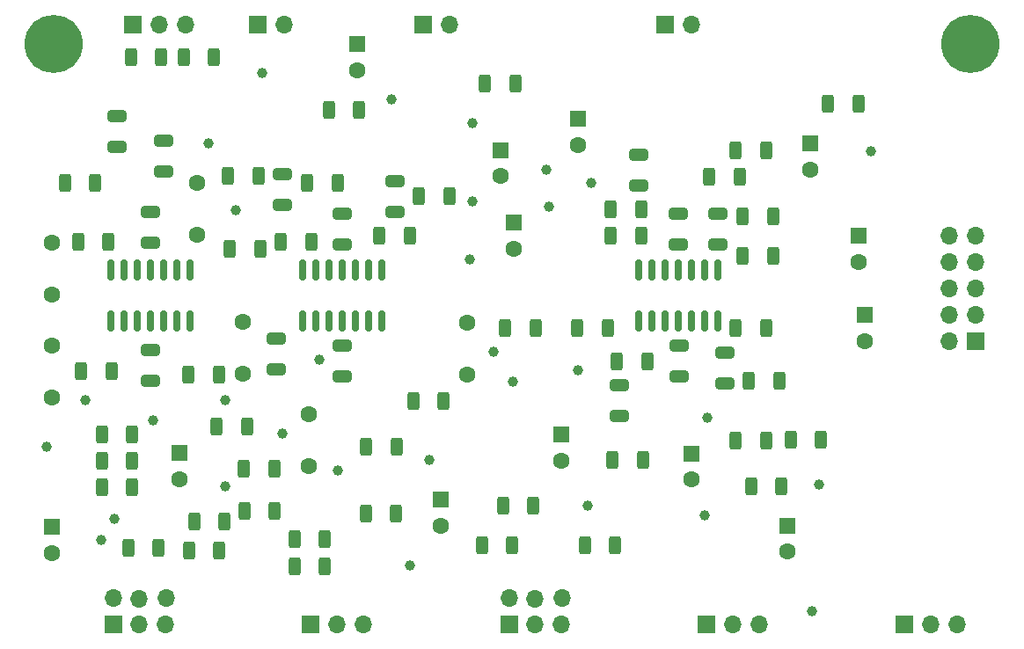
<source format=gts>
G04 #@! TF.GenerationSoftware,KiCad,Pcbnew,8.0.4*
G04 #@! TF.CreationDate,2024-08-16T16:00:28+02:00*
G04 #@! TF.ProjectId,Purrtico_M,50757272-7469-4636-9f5f-4d2e6b696361,01*
G04 #@! TF.SameCoordinates,Original*
G04 #@! TF.FileFunction,Soldermask,Top*
G04 #@! TF.FilePolarity,Negative*
%FSLAX46Y46*%
G04 Gerber Fmt 4.6, Leading zero omitted, Abs format (unit mm)*
G04 Created by KiCad (PCBNEW 8.0.4) date 2024-08-16 16:00:28*
%MOMM*%
%LPD*%
G01*
G04 APERTURE LIST*
G04 Aperture macros list*
%AMRoundRect*
0 Rectangle with rounded corners*
0 $1 Rounding radius*
0 $2 $3 $4 $5 $6 $7 $8 $9 X,Y pos of 4 corners*
0 Add a 4 corners polygon primitive as box body*
4,1,4,$2,$3,$4,$5,$6,$7,$8,$9,$2,$3,0*
0 Add four circle primitives for the rounded corners*
1,1,$1+$1,$2,$3*
1,1,$1+$1,$4,$5*
1,1,$1+$1,$6,$7*
1,1,$1+$1,$8,$9*
0 Add four rect primitives between the rounded corners*
20,1,$1+$1,$2,$3,$4,$5,0*
20,1,$1+$1,$4,$5,$6,$7,0*
20,1,$1+$1,$6,$7,$8,$9,0*
20,1,$1+$1,$8,$9,$2,$3,0*%
G04 Aperture macros list end*
%ADD10RoundRect,0.250000X0.312500X0.625000X-0.312500X0.625000X-0.312500X-0.625000X0.312500X-0.625000X0*%
%ADD11RoundRect,0.250000X-0.312500X-0.625000X0.312500X-0.625000X0.312500X0.625000X-0.312500X0.625000X0*%
%ADD12C,1.000000*%
%ADD13R,1.700000X1.700000*%
%ADD14O,1.700000X1.700000*%
%ADD15C,5.600000*%
%ADD16R,1.600000X1.600000*%
%ADD17C,1.600000*%
%ADD18RoundRect,0.250000X0.650000X-0.325000X0.650000X0.325000X-0.650000X0.325000X-0.650000X-0.325000X0*%
%ADD19RoundRect,0.250000X-0.650000X0.325000X-0.650000X-0.325000X0.650000X-0.325000X0.650000X0.325000X0*%
%ADD20RoundRect,0.150000X-0.150000X0.825000X-0.150000X-0.825000X0.150000X-0.825000X0.150000X0.825000X0*%
G04 APERTURE END LIST*
D10*
X94172500Y-30480000D03*
X91247500Y-30480000D03*
D11*
X137427500Y-45120000D03*
X140352500Y-45120000D03*
D12*
X111204000Y-70266000D03*
D10*
X118127500Y-47660000D03*
X115202500Y-47660000D03*
D12*
X124158000Y-36830000D03*
X126190000Y-58836000D03*
D13*
X172545000Y-57820000D03*
D14*
X170005000Y-57820000D03*
X172545000Y-55280000D03*
X170005000Y-55280000D03*
X172545000Y-52740000D03*
X170005000Y-52740000D03*
X172545000Y-50200000D03*
X170005000Y-50200000D03*
X172545000Y-47660000D03*
X170005000Y-47660000D03*
D10*
X93918500Y-77724000D03*
X90993500Y-77724000D03*
D15*
X172085000Y-29210000D03*
D10*
X105046500Y-70104000D03*
X102121500Y-70104000D03*
D11*
X149492500Y-56550000D03*
X152417500Y-56550000D03*
D12*
X131270000Y-41310000D03*
D11*
X84897500Y-42545000D03*
X87822500Y-42545000D03*
D16*
X156670000Y-38770000D03*
D17*
X156670000Y-41270000D03*
D18*
X94440000Y-41480000D03*
X94440000Y-38530000D03*
D12*
X128016000Y-61722000D03*
D19*
X148415000Y-58885000D03*
X148415000Y-61835000D03*
D20*
X147780000Y-50900000D03*
X146510000Y-50900000D03*
X145240000Y-50900000D03*
X143970000Y-50900000D03*
X142700000Y-50900000D03*
X141430000Y-50900000D03*
X140160000Y-50900000D03*
X140160000Y-55850000D03*
X141430000Y-55850000D03*
X142700000Y-55850000D03*
X143970000Y-55850000D03*
X145240000Y-55850000D03*
X146510000Y-55850000D03*
X147780000Y-55850000D03*
D18*
X140160000Y-42785000D03*
X140160000Y-39835000D03*
D13*
X91440000Y-27305000D03*
D14*
X93980000Y-27305000D03*
X96520000Y-27305000D03*
D16*
X132715000Y-66797621D03*
D17*
X132715000Y-69297621D03*
D16*
X83645000Y-75692000D03*
D17*
X83645000Y-78192000D03*
D10*
X108602500Y-48260000D03*
X105677500Y-48260000D03*
D17*
X97615000Y-42580000D03*
X97615000Y-47580000D03*
D16*
X95964000Y-68580000D03*
D17*
X95964000Y-71080000D03*
D10*
X140987500Y-59725000D03*
X138062500Y-59725000D03*
D11*
X88453500Y-71882000D03*
X91378500Y-71882000D03*
X149492500Y-67345000D03*
X152417500Y-67345000D03*
D12*
X101346000Y-45212000D03*
X135588000Y-42580000D03*
D18*
X105870000Y-44690000D03*
X105870000Y-41740000D03*
D12*
X100330000Y-63500000D03*
D19*
X111585000Y-58250000D03*
X111585000Y-61200000D03*
D12*
X162512000Y-39530000D03*
D10*
X153862500Y-71755000D03*
X150937500Y-71755000D03*
X153052500Y-45755000D03*
X150127500Y-45755000D03*
D12*
X146510000Y-74584000D03*
D13*
X89575640Y-85090000D03*
D14*
X92075640Y-85090000D03*
X94575640Y-85090000D03*
X89575640Y-82550000D03*
X92075640Y-82590000D03*
X94655640Y-82550000D03*
D12*
X93424000Y-65440000D03*
D10*
X137860500Y-77470000D03*
X134935500Y-77470000D03*
D11*
X118425500Y-63535000D03*
X121350500Y-63535000D03*
D16*
X161290000Y-47660000D03*
D17*
X161290000Y-50160000D03*
D11*
X102169500Y-74168000D03*
X105094500Y-74168000D03*
D19*
X143970000Y-45550000D03*
X143970000Y-48500000D03*
D12*
X83185000Y-67945000D03*
X116332000Y-34544000D03*
D13*
X103505000Y-27305000D03*
D14*
X106045000Y-27305000D03*
D17*
X108410000Y-64805000D03*
X108410000Y-69805000D03*
D13*
X127673100Y-85090000D03*
D14*
X130173100Y-85090000D03*
X132673100Y-85090000D03*
X127673100Y-82550000D03*
X130173100Y-82590000D03*
X132753100Y-82550000D03*
D20*
X96980000Y-50900000D03*
X95710000Y-50900000D03*
X94440000Y-50900000D03*
X93170000Y-50900000D03*
X91900000Y-50900000D03*
X90630000Y-50900000D03*
X89360000Y-50900000D03*
X89360000Y-55850000D03*
X90630000Y-55850000D03*
X91900000Y-55850000D03*
X93170000Y-55850000D03*
X94440000Y-55850000D03*
X95710000Y-55850000D03*
X96980000Y-55850000D03*
D18*
X138255000Y-65010000D03*
X138255000Y-62060000D03*
D17*
X123650000Y-60995000D03*
X123650000Y-55995000D03*
D10*
X99252500Y-30480000D03*
X96327500Y-30480000D03*
D12*
X86868000Y-63500000D03*
D10*
X116778500Y-74422000D03*
X113853500Y-74422000D03*
D18*
X147780000Y-48500000D03*
X147780000Y-45550000D03*
D16*
X121110000Y-73065000D03*
D17*
X121110000Y-75565000D03*
D11*
X97343500Y-75184000D03*
X100268500Y-75184000D03*
D16*
X126825000Y-39405000D03*
D17*
X126825000Y-41905000D03*
D19*
X144018000Y-58215000D03*
X144018000Y-61165000D03*
D11*
X119012500Y-43850000D03*
X121937500Y-43850000D03*
D13*
X142700000Y-27305000D03*
D14*
X145240000Y-27305000D03*
D12*
X131524000Y-44866000D03*
D11*
X154747500Y-67310000D03*
X157672500Y-67310000D03*
D17*
X83645000Y-63246000D03*
X83645000Y-58246000D03*
D11*
X150762500Y-61630000D03*
X153687500Y-61630000D03*
D16*
X134300000Y-36400000D03*
D17*
X134300000Y-38900000D03*
D12*
X118110000Y-79375000D03*
X157480000Y-71628000D03*
D11*
X100790000Y-48930000D03*
X103715000Y-48930000D03*
D19*
X105235000Y-57580000D03*
X105235000Y-60530000D03*
D11*
X99502500Y-66040000D03*
X102427500Y-66040000D03*
D16*
X113030000Y-29210000D03*
D17*
X113030000Y-31710000D03*
D19*
X89916000Y-36117000D03*
X89916000Y-39067000D03*
D11*
X137602500Y-69215000D03*
X140527500Y-69215000D03*
D10*
X140352500Y-47660000D03*
X137427500Y-47660000D03*
X130192500Y-56550000D03*
X127267500Y-56550000D03*
D12*
X88392000Y-76962000D03*
X134318000Y-60614000D03*
D10*
X111142500Y-42580000D03*
X108217500Y-42580000D03*
D11*
X113932500Y-67980000D03*
X116857500Y-67980000D03*
D12*
X123904000Y-49946000D03*
D10*
X109920500Y-76835000D03*
X106995500Y-76835000D03*
D12*
X89662000Y-74930000D03*
D13*
X146685000Y-85090000D03*
D14*
X149225000Y-85090000D03*
X151765000Y-85090000D03*
D12*
X105870000Y-66710000D03*
X109426000Y-59598000D03*
D13*
X165750240Y-85090000D03*
D14*
X168290240Y-85090000D03*
X170830240Y-85090000D03*
D12*
X120015000Y-69215000D03*
X146764000Y-65186000D03*
D17*
X83645000Y-48335000D03*
X83645000Y-53335000D03*
X102060000Y-55915000D03*
X102060000Y-60915000D03*
D10*
X113222500Y-35560000D03*
X110297500Y-35560000D03*
D11*
X86167500Y-48260000D03*
X89092500Y-48260000D03*
D15*
X83820000Y-29210000D03*
D10*
X128287500Y-33020000D03*
X125362500Y-33020000D03*
D16*
X128095000Y-46390000D03*
D17*
X128095000Y-48890000D03*
D20*
X115395000Y-50900000D03*
X114125000Y-50900000D03*
X112855000Y-50900000D03*
X111585000Y-50900000D03*
X110315000Y-50900000D03*
X109045000Y-50900000D03*
X107775000Y-50900000D03*
X107775000Y-55850000D03*
X109045000Y-55850000D03*
X110315000Y-55850000D03*
X111585000Y-55850000D03*
X112855000Y-55850000D03*
X114125000Y-55850000D03*
X115395000Y-55850000D03*
D11*
X96835500Y-77978000D03*
X99760500Y-77978000D03*
D12*
X156845000Y-83820000D03*
D10*
X109920500Y-79502000D03*
X106995500Y-79502000D03*
D13*
X108585000Y-85090000D03*
D14*
X111125000Y-85090000D03*
X113665000Y-85090000D03*
D11*
X146952500Y-41945000D03*
X149877500Y-41945000D03*
D10*
X129986500Y-73660000D03*
X127061500Y-73660000D03*
X153052500Y-49565000D03*
X150127500Y-49565000D03*
D16*
X145240000Y-68615000D03*
D17*
X145240000Y-71115000D03*
D16*
X154432000Y-75565000D03*
D17*
X154432000Y-78065000D03*
D16*
X161925000Y-55280000D03*
D17*
X161925000Y-57780000D03*
D12*
X103886000Y-32004000D03*
D19*
X111585000Y-45550000D03*
X111585000Y-48500000D03*
X93170000Y-58680000D03*
X93170000Y-61630000D03*
D10*
X99712500Y-60995000D03*
X96787500Y-60995000D03*
D11*
X134252500Y-56550000D03*
X137177500Y-56550000D03*
D13*
X119380000Y-27305000D03*
D14*
X121920000Y-27305000D03*
D10*
X161307500Y-34960000D03*
X158382500Y-34960000D03*
D11*
X149492500Y-39405000D03*
X152417500Y-39405000D03*
D18*
X116665000Y-45325000D03*
X116665000Y-42375000D03*
D10*
X89408000Y-60706000D03*
X86483000Y-60706000D03*
D12*
X98758000Y-38770000D03*
X135255000Y-73660000D03*
D10*
X103522500Y-41910000D03*
X100597500Y-41910000D03*
D11*
X125029500Y-77470000D03*
X127954500Y-77470000D03*
D10*
X91378500Y-66802000D03*
X88453500Y-66802000D03*
D12*
X124158000Y-44358000D03*
X100330000Y-71755000D03*
D19*
X93170000Y-45345000D03*
X93170000Y-48295000D03*
D10*
X91378500Y-69342000D03*
X88453500Y-69342000D03*
M02*

</source>
